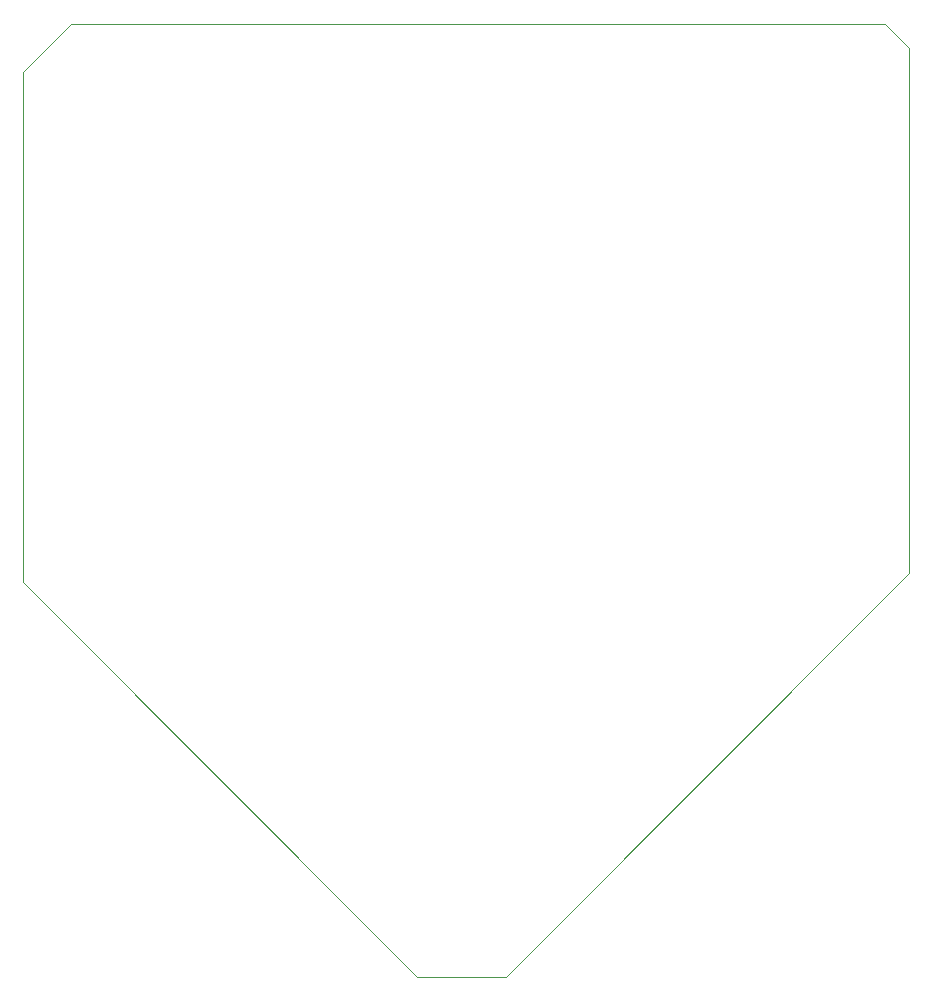
<source format=gm1>
%TF.GenerationSoftware,KiCad,Pcbnew,5.99.0-unknown-3b7f5a3db7~131~ubuntu20.04.1*%
%TF.CreationDate,2021-09-21T13:07:21-05:00*%
%TF.ProjectId,a2600-joystick-vizboard,61323630-302d-46a6-9f79-737469636b2d,rev?*%
%TF.SameCoordinates,Original*%
%TF.FileFunction,Profile,NP*%
%FSLAX46Y46*%
G04 Gerber Fmt 4.6, Leading zero omitted, Abs format (unit mm)*
G04 Created by KiCad (PCBNEW 5.99.0-unknown-3b7f5a3db7~131~ubuntu20.04.1) date 2021-09-21 13:07:21*
%MOMM*%
%LPD*%
G01*
G04 APERTURE LIST*
%TA.AperFunction,Profile*%
%ADD10C,0.100000*%
%TD*%
G04 APERTURE END LIST*
D10*
X189357000Y-139700000D02*
X155956000Y-106299000D01*
X155956000Y-63119000D02*
X155956000Y-106299000D01*
X160020000Y-59055000D02*
X155956000Y-63119000D01*
X228981000Y-59055000D02*
X160020000Y-59055000D01*
X231013000Y-61087000D02*
X228981000Y-59055000D01*
X231013000Y-105537000D02*
X231013000Y-61087000D01*
X196850000Y-139700000D02*
X231013000Y-105537000D01*
X189357000Y-139700000D02*
X196850000Y-139700000D01*
M02*

</source>
